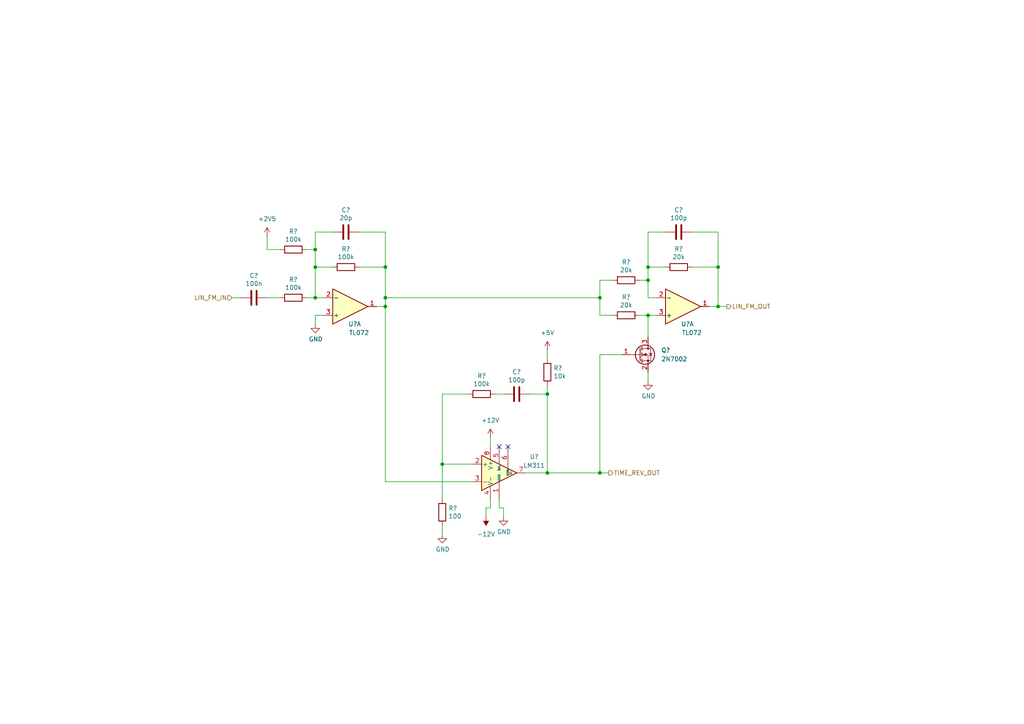
<source format=kicad_sch>
(kicad_sch (version 20211123) (generator eeschema)
  (paper "A4")
  (lib_symbols
    (symbol "Amplifier_Operational:TL072" (pin_names (offset 0.127))
      (property "Reference" "U" (at 0 5.08 0))
      (property "Value" "TL072" (at 0 -5.08 0))
      (symbol "TL072_1_1"
        (polyline (pts (xy -5.08 5.08) (xy 5.08 0) (xy -5.08 -5.08) (xy -5.08 5.08)) (stroke (width 0.254)) (fill (type background)))
        (pin output line (at 7.62 0 180) (length 2.54) (name "~") (number "1"))
        (pin input line (at -7.62 -2.54 0) (length 2.54) (name "-") (number "2"))
        (pin input line (at -7.62 2.54 0) (length 2.54) (name "+") (number "3"))
      )
      (symbol "TL072_2_1"
        (polyline (pts (xy -5.08 5.08) (xy 5.08 0) (xy -5.08 -5.08) (xy -5.08 5.08)) (stroke (width 0.254)) (fill (type background)))
        (pin input line (at -7.62 2.54 0) (length 2.54) (name "+") (number "5"))
        (pin input line (at -7.62 -2.54 0) (length 2.54) (name "-") (number "6"))
        (pin output line (at 7.62 0 180) (length 2.54) (name "~") (number "7"))
      )
      (symbol "TL072_3_1"
        (pin power_in line (at -2.54 -7.62 90) (length 3.81) (name "V-") (number "4"))
        (pin power_in line (at -2.54 7.62 270) (length 3.81) (name "V+") (number "8"))
      )
    )
    (symbol "Comparator:LM311" (pin_names (offset 0.127))
      (property "Reference" "U" (at 3.81 6.35 0))
      (property "Value" "LM311" (at 3.81 3.81 0))
      (symbol "LM311_0_1"
        (polyline (pts (xy 5.08 0) (xy -5.08 5.08) (xy -5.08 -5.08) (xy 5.08 0)) (stroke (width 0.254)) (fill (type background)))
        (polyline (pts (xy 3.683 -0.381) (xy 3.302 -0.381) (xy 3.683 0) (xy 3.302 0.381) (xy 2.921 0) (xy 3.302 -0.381) (xy 2.921 -0.381)) (stroke (width 0.127)))
      )
      (symbol "LM311_1_1"
        (pin passive line (at 0 -7.62 90) (length 5.08) (name "GND") (number "1"))
        (pin input line (at -7.62 2.54 0) (length 2.54) (name "+") (number "2"))
        (pin input line (at -7.62 -2.54 0) (length 2.54) (name "-") (number "3"))
        (pin power_in line (at -2.54 -7.62 90) (length 3.81) (name "V-") (number "4"))
        (pin input line (at 0 7.62 270) (length 5.08) (name "BAL") (number "5"))
        (pin input line (at 2.54 7.62 270) (length 6.35) (name "STRB") (number "6"))
        (pin open_collector line (at 7.62 0 180) (length 2.54) (name "~") (number "7"))
        (pin power_in line (at -2.54 7.62 270) (length 3.81) (name "V+") (number "8"))
      )
    )
    (symbol "Device:C" (pin_numbers hide) (pin_names (offset 0.254))
      (property "Reference" "C" (at 0.635 2.54 0))
      (property "Value" "C" (at 0.635 -2.54 0))
      (symbol "C_0_1"
        (polyline (pts (xy -2.032 -0.762) (xy 2.032 -0.762)) (stroke (width 0.508)))
        (polyline (pts (xy -2.032 0.762) (xy 2.032 0.762)) (stroke (width 0.508)))
      )
      (symbol "C_1_1"
        (pin passive line (at 0 3.81 270) (length 2.794) (name "~") (number "1"))
        (pin passive line (at 0 -3.81 90) (length 2.794) (name "~") (number "2"))
      )
    )
    (symbol "Device:R" (pin_numbers hide) (pin_names (offset 0))
      (property "Reference" "R" (at 2.032 0 90))
      (property "Value" "R" (at 0 0 90))
      (symbol "R_0_1"
        (rectangle (start -1.016 -2.54) (end 1.016 2.54) (stroke (width 0.254)))
      )
      (symbol "R_1_1"
        (pin passive line (at 0 3.81 270) (length 1.27) (name "~") (number "1"))
        (pin passive line (at 0 -3.81 90) (length 1.27) (name "~") (number "2"))
      )
    )
    (symbol "Transistor_FET:2N7002" (pin_names hide)
      (property "Reference" "Q" (at 5.08 1.905 0))
      (property "Value" "2N7002" (at 5.08 0 0))
      (symbol "2N7002_0_1"
        (polyline (pts (xy 0.254 0) (xy -2.54 0)))
        (polyline (pts (xy 0.254 1.905) (xy 0.254 -1.905)) (stroke (width 0.254)))
        (polyline (pts (xy 0.762 -1.27) (xy 0.762 -2.286)) (stroke (width 0.254)))
        (polyline (pts (xy 0.762 0.508) (xy 0.762 -0.508)) (stroke (width 0.254)))
        (polyline (pts (xy 0.762 2.286) (xy 0.762 1.27)) (stroke (width 0.254)))
        (polyline (pts (xy 2.54 2.54) (xy 2.54 1.778)))
        (polyline (pts (xy 2.54 -2.54) (xy 2.54 0) (xy 0.762 0)))
        (polyline (pts (xy 0.762 -1.778) (xy 3.302 -1.778) (xy 3.302 1.778) (xy 0.762 1.778)))
        (polyline (pts (xy 1.016 0) (xy 2.032 0.381) (xy 2.032 -0.381) (xy 1.016 0)) (fill (type outline)))
        (polyline (pts (xy 2.794 0.508) (xy 2.921 0.381) (xy 3.683 0.381) (xy 3.81 0.254)))
        (polyline (pts (xy 3.302 0.381) (xy 2.921 -0.254) (xy 3.683 -0.254) (xy 3.302 0.381)))
        (circle (center 1.651 0) (radius 2.794) (stroke (width 0.254)))
        (circle (center 2.54 -1.778) (radius 0.254) (fill (type outline)))
        (circle (center 2.54 1.778) (radius 0.254) (fill (type outline)))
      )
      (symbol "2N7002_1_1"
        (pin input line (at -5.08 0 0) (length 2.54) (name "G") (number "1"))
        (pin passive line (at 2.54 -5.08 90) (length 2.54) (name "S") (number "2"))
        (pin passive line (at 2.54 5.08 270) (length 2.54) (name "D") (number "3"))
      )
    )
    (symbol "power:+12V" (power) (pin_names (offset 0))
      (property "Value" "+12V" (at 0 3.556 0))
      (symbol "+12V_0_1"
        (polyline (pts (xy -0.762 1.27) (xy 0 2.54)))
        (polyline (pts (xy 0 0) (xy 0 2.54)))
        (polyline (pts (xy 0 2.54) (xy 0.762 1.27)))
      )
      (symbol "+12V_1_1"
        (pin power_in line (at 0 0 90) (length 0) hide (name "+12V") (number "1"))
      )
    )
    (symbol "power:+2V5" (power) (pin_names (offset 0))
      (property "Value" "+2V5" (at 0 3.556 0))
      (symbol "+2V5_0_1"
        (polyline (pts (xy -0.762 1.27) (xy 0 2.54)))
        (polyline (pts (xy 0 0) (xy 0 2.54)))
        (polyline (pts (xy 0 2.54) (xy 0.762 1.27)))
      )
      (symbol "+2V5_1_1"
        (pin power_in line (at 0 0 90) (length 0) hide (name "+2V5") (number "1"))
      )
    )
    (symbol "power:+5V" (power) (pin_names (offset 0))
      (property "Value" "+5V" (at 0 3.556 0))
      (symbol "+5V_0_1"
        (polyline (pts (xy -0.762 1.27) (xy 0 2.54)))
        (polyline (pts (xy 0 0) (xy 0 2.54)))
        (polyline (pts (xy 0 2.54) (xy 0.762 1.27)))
      )
      (symbol "+5V_1_1"
        (pin power_in line (at 0 0 90) (length 0) hide (name "+5V") (number "1"))
      )
    )
    (symbol "power:-12V" (power) (pin_names (offset 0))
      (property "Value" "-12V" (at 0 3.81 0))
      (symbol "-12V_0_0"
        (pin power_in line (at 0 0 90) (length 0) hide (name "-12V") (number "1"))
      )
      (symbol "-12V_0_1"
        (polyline (pts (xy 0 0) (xy 0 1.27) (xy 0.762 1.27) (xy 0 2.54) (xy -0.762 1.27) (xy 0 1.27)) (fill (type outline)))
      )
    )
    (symbol "power:GND" (power) (pin_names (offset 0))
      (property "Value" "GND" (at 0 -3.81 0))
      (symbol "GND_0_1"
        (polyline (pts (xy 0 0) (xy 0 -1.27) (xy 1.27 -1.27) (xy 0 -2.54) (xy -1.27 -1.27) (xy 0 -1.27)))
      )
      (symbol "GND_1_1"
        (pin power_in line (at 0 0 270) (length 0) hide (name "GND") (number "1"))
      )
    )
  )
  (junction (at 91.44 86.36))
  (junction (at 128.27 134.62))
  (junction (at 111.76 86.36))
  (junction (at 111.76 77.47))
  (junction (at 208.28 77.47))
  (junction (at 173.99 86.36))
  (junction (at 208.28 88.9))
  (junction (at 187.96 81.28))
  (junction (at 111.76 88.9))
  (junction (at 173.99 137.16))
  (junction (at 91.44 72.39))
  (junction (at 187.96 77.47))
  (junction (at 158.75 114.3))
  (junction (at 91.44 77.47))
  (junction (at 187.96 91.44))
  (junction (at 158.75 137.16))
  (no_connect (at 147.32 129.54))
  (no_connect (at 144.78 129.54))
  (wire (pts (xy 128.27 114.3) (xy 128.27 134.62)))
  (wire (pts (xy 173.99 102.87) (xy 180.34 102.87)))
  (wire (pts (xy 91.44 86.36) (xy 91.44 77.47)))
  (wire (pts (xy 77.47 68.58) (xy 77.47 72.39)))
  (wire (pts (xy 128.27 134.62) (xy 137.16 134.62)))
  (wire (pts (xy 187.96 86.36) (xy 190.5 86.36)))
  (wire (pts (xy 173.99 137.16) (xy 173.99 102.87)))
  (wire (pts (xy 128.27 154.94) (xy 128.27 152.4)))
  (wire (pts (xy 111.76 77.47) (xy 111.76 67.31)))
  (wire (pts (xy 91.44 91.44) (xy 93.98 91.44)))
  (wire (pts (xy 176.53 137.16) (xy 173.99 137.16)))
  (wire (pts (xy 200.66 77.47) (xy 208.28 77.47)))
  (wire (pts (xy 187.96 97.79) (xy 187.96 91.44)))
  (wire (pts (xy 158.75 101.6) (xy 158.75 104.14)))
  (wire (pts (xy 173.99 86.36) (xy 111.76 86.36)))
  (wire (pts (xy 111.76 139.7) (xy 137.16 139.7)))
  (wire (pts (xy 187.96 81.28) (xy 187.96 77.47)))
  (wire (pts (xy 146.05 149.86) (xy 146.05 147.32)))
  (wire (pts (xy 109.22 88.9) (xy 111.76 88.9)))
  (wire (pts (xy 187.96 86.36) (xy 187.96 81.28)))
  (wire (pts (xy 140.97 149.86) (xy 140.97 147.32)))
  (wire (pts (xy 111.76 67.31) (xy 104.14 67.31)))
  (wire (pts (xy 96.52 77.47) (xy 91.44 77.47)))
  (wire (pts (xy 142.24 127) (xy 142.24 129.54)))
  (wire (pts (xy 187.96 67.31) (xy 193.04 67.31)))
  (wire (pts (xy 210.82 88.9) (xy 208.28 88.9)))
  (wire (pts (xy 67.31 86.36) (xy 69.85 86.36)))
  (wire (pts (xy 91.44 93.98) (xy 91.44 91.44)))
  (wire (pts (xy 143.51 114.3) (xy 146.05 114.3)))
  (wire (pts (xy 158.75 114.3) (xy 153.67 114.3)))
  (wire (pts (xy 158.75 111.76) (xy 158.75 114.3)))
  (wire (pts (xy 81.28 86.36) (xy 77.47 86.36)))
  (wire (pts (xy 111.76 88.9) (xy 111.76 139.7)))
  (wire (pts (xy 152.4 137.16) (xy 158.75 137.16)))
  (wire (pts (xy 193.04 77.47) (xy 187.96 77.47)))
  (wire (pts (xy 185.42 81.28) (xy 187.96 81.28)))
  (wire (pts (xy 187.96 110.49) (xy 187.96 107.95)))
  (wire (pts (xy 140.97 147.32) (xy 142.24 147.32)))
  (wire (pts (xy 91.44 67.31) (xy 96.52 67.31)))
  (wire (pts (xy 190.5 91.44) (xy 187.96 91.44)))
  (wire (pts (xy 77.47 72.39) (xy 81.28 72.39)))
  (wire (pts (xy 111.76 77.47) (xy 111.76 86.36)))
  (wire (pts (xy 91.44 77.47) (xy 91.44 72.39)))
  (wire (pts (xy 135.89 114.3) (xy 128.27 114.3)))
  (wire (pts (xy 142.24 147.32) (xy 142.24 144.78)))
  (wire (pts (xy 208.28 88.9) (xy 208.28 77.47)))
  (wire (pts (xy 88.9 72.39) (xy 91.44 72.39)))
  (wire (pts (xy 158.75 137.16) (xy 173.99 137.16)))
  (wire (pts (xy 91.44 72.39) (xy 91.44 67.31)))
  (wire (pts (xy 208.28 67.31) (xy 200.66 67.31)))
  (wire (pts (xy 144.78 147.32) (xy 144.78 144.78)))
  (wire (pts (xy 158.75 137.16) (xy 158.75 114.3)))
  (wire (pts (xy 205.74 88.9) (xy 208.28 88.9)))
  (wire (pts (xy 173.99 91.44) (xy 173.99 86.36)))
  (wire (pts (xy 208.28 77.47) (xy 208.28 67.31)))
  (wire (pts (xy 187.96 91.44) (xy 185.42 91.44)))
  (wire (pts (xy 111.76 86.36) (xy 111.76 88.9)))
  (wire (pts (xy 146.05 147.32) (xy 144.78 147.32)))
  (wire (pts (xy 187.96 67.31) (xy 187.96 77.47)))
  (wire (pts (xy 128.27 144.78) (xy 128.27 134.62)))
  (wire (pts (xy 173.99 86.36) (xy 173.99 81.28)))
  (wire (pts (xy 177.8 91.44) (xy 173.99 91.44)))
  (wire (pts (xy 104.14 77.47) (xy 111.76 77.47)))
  (wire (pts (xy 91.44 86.36) (xy 88.9 86.36)))
  (wire (pts (xy 173.99 81.28) (xy 177.8 81.28)))
  (wire (pts (xy 93.98 86.36) (xy 91.44 86.36)))
  (hierarchical_label "LIN_FM_IN" (shape input) (at 67.31 86.36 180))
  (hierarchical_label "TIME_REV_OUT" (shape output) (at 176.53 137.16 0))
  (hierarchical_label "LIN_FM_OUT" (shape output) (at 210.82 88.9 0))
  (symbol (lib_id "Device:R") (at 139.7 114.3 270) (unit 1)
    (property "Reference" "R?" (at 139.7 109.0422 90))
    (property "Value" "100k" (at 139.7 111.3536 90))
  )
  (symbol (lib_id "Comparator:LM311") (at 144.78 137.16 0) (unit 1)
    (property "Reference" "U?" (at 154.94 132.461 0))
    (property "Value" "LM311" (at 154.94 135.001 0))
    (property "Datasheet" "https://www.st.com/resource/en/datasheet/lm311.pdf" (effects hide))
  )
  (symbol (lib_id "Amplifier_Operational:TL072") (at 198.12 88.9 0) (mirror x) (unit 1)
    (property "Reference" "U?" (at 199.39 93.98 0))
    (property "Value" "TL072" (at 200.66 96.52 0))
    (property "Datasheet" "http://www.ti.com/lit/ds/symlink/tl071.pdf" (effects hide))
  )
  (symbol (lib_id "power:GND") (at 91.44 93.98 0) (unit 1)
    (property "Reference" "#PWR?" (effects hide))
    (property "Value" "~" (at 91.567 98.3742 0))
  )
  (symbol (lib_id "Device:R") (at 128.27 148.59 180) (unit 1)
    (property "Reference" "R?" (at 130.048 147.4216 0) (effects (justify right)))
    (property "Value" "100" (at 130.048 149.733 0) (effects (justify right)))
  )
  (symbol (lib_id "power:-12V") (at 140.97 149.86 180) (unit 1)
    (property "Reference" "#PWR?" (effects hide))
    (property "Value" "-12V" (at 140.97 154.94 0))
  )
  (symbol (lib_id "Device:C") (at 149.86 114.3 270) (unit 1)
    (property "Reference" "C?" (at 149.86 107.8992 90))
    (property "Value" "100p" (at 149.86 110.2106 90))
  )
  (symbol (lib_id "Device:C") (at 196.85 67.31 270) (unit 1)
    (property "Reference" "C?" (at 196.85 60.9092 90))
    (property "Value" "100p" (at 196.85 63.2206 90))
  )
  (symbol (lib_id "power:+12V") (at 142.24 127 0) (unit 1)
    (property "Reference" "#PWR?" (effects hide))
    (property "Value" "+12V" (at 142.24 121.92 0))
  )
  (symbol (lib_id "Device:R") (at 181.61 81.28 270) (unit 1)
    (property "Reference" "R?" (at 181.61 76.0222 90))
    (property "Value" "20k" (at 181.61 78.3336 90))
  )
  (symbol (lib_id "Device:R") (at 181.61 91.44 270) (unit 1)
    (property "Reference" "R?" (at 181.61 86.1822 90))
    (property "Value" "20k" (at 181.61 88.4936 90))
  )
  (symbol (lib_id "Device:R") (at 85.09 86.36 270) (unit 1)
    (property "Reference" "R?" (at 85.09 81.1022 90))
    (property "Value" "100k" (at 85.09 83.4136 90))
  )
  (symbol (lib_id "Amplifier_Operational:TL072") (at 101.6 88.9 0) (mirror x) (unit 1)
    (property "Reference" "U?" (at 102.87 93.98 0))
    (property "Value" "TL072" (at 104.14 96.52 0))
    (property "Datasheet" "http://www.ti.com/lit/ds/symlink/tl071.pdf" (effects hide))
  )
  (symbol (lib_id "Device:C") (at 100.33 67.31 270) (unit 1)
    (property "Reference" "C?" (at 100.33 60.9092 90))
    (property "Value" "20p" (at 100.33 63.2206 90))
  )
  (symbol (lib_id "power:+5V") (at 158.75 101.6 0) (unit 1)
    (property "Reference" "#PWR?" (effects hide))
    (property "Value" "+5V" (at 158.75 96.52 0))
  )
  (symbol (lib_id "power:GND") (at 146.05 149.86 0) (unit 1)
    (property "Reference" "#PWR?" (effects hide))
    (property "Value" "~" (at 146.177 154.2542 0))
  )
  (symbol (lib_id "Device:R") (at 85.09 72.39 270) (unit 1)
    (property "Reference" "R?" (at 85.09 67.1322 90))
    (property "Value" "100k" (at 85.09 69.4436 90))
  )
  (symbol (lib_id "power:+2V5") (at 77.47 68.58 0) (unit 1)
    (property "Reference" "#PWR?" (effects hide))
    (property "Value" "+2V5" (at 77.47 63.5 0))
  )
  (symbol (lib_id "power:GND") (at 187.96 110.49 0) (unit 1)
    (property "Reference" "#PWR?" (effects hide))
    (property "Value" "~" (at 188.087 114.8842 0))
  )
  (symbol (lib_id "power:GND") (at 128.27 154.94 0) (unit 1)
    (property "Reference" "#PWR?" (effects hide))
    (property "Value" "~" (at 128.397 159.3342 0))
  )
  (symbol (lib_id "Device:C") (at 73.66 86.36 270) (unit 1)
    (property "Reference" "C?" (at 73.66 79.9592 90))
    (property "Value" "100n" (at 73.66 82.2706 90))
  )
  (symbol (lib_id "Device:R") (at 158.75 107.95 180) (unit 1)
    (property "Reference" "R?" (at 160.528 106.7816 0) (effects (justify right)))
    (property "Value" "10k" (at 160.528 109.093 0) (effects (justify right)))
  )
  (symbol (lib_id "Device:R") (at 196.85 77.47 270) (unit 1)
    (property "Reference" "R?" (at 196.85 72.2122 90))
    (property "Value" "20k" (at 196.85 74.5236 90))
  )
  (symbol (lib_id "Transistor_FET:2N7002") (at 185.42 102.87 0) (unit 1)
    (property "Reference" "Q?" (at 191.77 101.5999 0) (effects (justify left)))
    (property "Value" "2N7002" (at 191.77 104.1399 0) (effects (justify left)))
    (property "Footprint" "Package_TO_SOT_SMD:SOT-23" (effects hide))
    (property "Datasheet" "https://www.onsemi.com/pub/Collateral/NDS7002A-D.PDF" (effects hide))
  )
  (symbol (lib_id "Device:R") (at 100.33 77.47 270) (unit 1)
    (property "Reference" "R?" (at 100.33 72.2122 90))
    (property "Value" "100k" (at 100.33 74.5236 90))
  )
)
</source>
